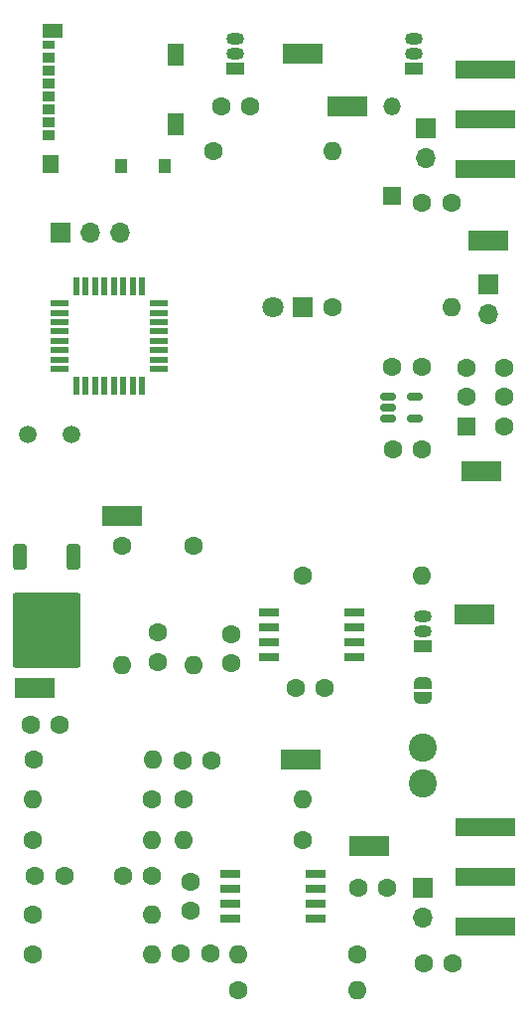
<source format=gbr>
%TF.GenerationSoftware,KiCad,Pcbnew,8.0.5*%
%TF.CreationDate,2024-10-24T17:31:16-06:00*%
%TF.ProjectId,fluxgate,666c7578-6761-4746-952e-6b696361645f,rev?*%
%TF.SameCoordinates,Original*%
%TF.FileFunction,Soldermask,Top*%
%TF.FilePolarity,Negative*%
%FSLAX46Y46*%
G04 Gerber Fmt 4.6, Leading zero omitted, Abs format (unit mm)*
G04 Created by KiCad (PCBNEW 8.0.5) date 2024-10-24 17:31:16*
%MOMM*%
%LPD*%
G01*
G04 APERTURE LIST*
G04 Aperture macros list*
%AMRoundRect*
0 Rectangle with rounded corners*
0 $1 Rounding radius*
0 $2 $3 $4 $5 $6 $7 $8 $9 X,Y pos of 4 corners*
0 Add a 4 corners polygon primitive as box body*
4,1,4,$2,$3,$4,$5,$6,$7,$8,$9,$2,$3,0*
0 Add four circle primitives for the rounded corners*
1,1,$1+$1,$2,$3*
1,1,$1+$1,$4,$5*
1,1,$1+$1,$6,$7*
1,1,$1+$1,$8,$9*
0 Add four rect primitives between the rounded corners*
20,1,$1+$1,$2,$3,$4,$5,0*
20,1,$1+$1,$4,$5,$6,$7,0*
20,1,$1+$1,$6,$7,$8,$9,0*
20,1,$1+$1,$8,$9,$2,$3,0*%
%AMFreePoly0*
4,1,19,0.000000,0.744911,0.071157,0.744911,0.207708,0.704816,0.327430,0.627875,0.420627,0.520320,0.479746,0.390866,0.500000,0.250000,0.500000,-0.250000,0.479746,-0.390866,0.420627,-0.520320,0.327430,-0.627875,0.207708,-0.704816,0.071157,-0.744911,0.000000,-0.744911,0.000000,-0.750000,-0.500000,-0.750000,-0.500000,0.750000,0.000000,0.750000,0.000000,0.744911,0.000000,0.744911,
$1*%
%AMFreePoly1*
4,1,19,0.500000,-0.750000,0.000000,-0.750000,0.000000,-0.744911,-0.071157,-0.744911,-0.207708,-0.704816,-0.327430,-0.627875,-0.420627,-0.520320,-0.479746,-0.390866,-0.500000,-0.250000,-0.500000,0.250000,-0.479746,0.390866,-0.420627,0.520320,-0.327430,0.627875,-0.207708,0.704816,-0.071157,0.744911,0.000000,0.744911,0.000000,0.750000,0.500000,0.750000,0.500000,-0.750000,0.500000,-0.750000,
$1*%
G04 Aperture macros list end*
%ADD10O,1.500000X1.050000*%
%ADD11R,1.500000X1.050000*%
%ADD12C,1.600000*%
%ADD13O,1.600000X1.600000*%
%ADD14R,3.400000X1.800000*%
%ADD15R,5.080000X1.500000*%
%ADD16RoundRect,0.150000X-0.512500X-0.150000X0.512500X-0.150000X0.512500X0.150000X-0.512500X0.150000X0*%
%ADD17R,0.550000X1.600000*%
%ADD18R,1.600000X0.550000*%
%ADD19RoundRect,0.250000X-0.350000X0.850000X-0.350000X-0.850000X0.350000X-0.850000X0.350000X0.850000X0*%
%ADD20RoundRect,0.249997X-2.650003X2.950003X-2.650003X-2.950003X2.650003X-2.950003X2.650003X2.950003X0*%
%ADD21C,1.800000*%
%ADD22R,1.800000X1.800000*%
%ADD23C,2.400000*%
%ADD24R,1.700000X0.650000*%
%ADD25O,1.700000X1.700000*%
%ADD26R,1.700000X1.700000*%
%ADD27R,1.600000X1.600000*%
%ADD28C,1.500000*%
%ADD29R,1.800000X1.170000*%
%ADD30R,1.350000X1.900000*%
%ADD31R,1.350000X1.550000*%
%ADD32R,1.000000X1.200000*%
%ADD33R,1.100000X0.750000*%
%ADD34R,1.100000X0.850000*%
%ADD35O,1.500000X1.500000*%
%ADD36R,1.500000X1.500000*%
%ADD37FreePoly0,90.000000*%
%ADD38FreePoly1,90.000000*%
G04 APERTURE END LIST*
D10*
%TO.C,Q3*%
X189992000Y-80899000D03*
X189992000Y-82169000D03*
D11*
X189992000Y-83439000D03*
%TD*%
D12*
%TO.C,C8*%
X192512000Y-110490000D03*
X190012000Y-110490000D03*
%TD*%
D13*
%TO.C,R2*%
X170434000Y-85090000D03*
D12*
X170434000Y-74930000D03*
%TD*%
D14*
%TO.C,TP1*%
X195580000Y-48895000D03*
%TD*%
%TO.C,TP7*%
X179578000Y-93091000D03*
%TD*%
D13*
%TO.C,R7*%
X192405000Y-54610000D03*
D12*
X182245000Y-54610000D03*
%TD*%
D15*
%TO.C,J1*%
X195326000Y-42858000D03*
X195326000Y-34358000D03*
X195326000Y-38608000D03*
%TD*%
D16*
%TO.C,U4*%
X189250000Y-62230000D03*
X189250000Y-64130000D03*
X186975000Y-64130000D03*
X186975000Y-63180000D03*
X186975000Y-62230000D03*
%TD*%
D17*
%TO.C,U1*%
X165995000Y-61330000D03*
X165195000Y-61330000D03*
X164395000Y-61330000D03*
X163595000Y-61330000D03*
X162795000Y-61330000D03*
X161995000Y-61330000D03*
X161195000Y-61330000D03*
X160395000Y-61330000D03*
D18*
X158945000Y-59880000D03*
X158945000Y-59080000D03*
X158945000Y-58280000D03*
X158945000Y-57480000D03*
X158945000Y-56680000D03*
X158945000Y-55880000D03*
X158945000Y-55080000D03*
X158945000Y-54280000D03*
D17*
X160395000Y-52830000D03*
X161195000Y-52830000D03*
X161995000Y-52830000D03*
X162795000Y-52830000D03*
X163595000Y-52830000D03*
X164395000Y-52830000D03*
X165195000Y-52830000D03*
X165995000Y-52830000D03*
D18*
X167445000Y-54280000D03*
X167445000Y-55080000D03*
X167445000Y-55880000D03*
X167445000Y-56680000D03*
X167445000Y-57480000D03*
X167445000Y-58280000D03*
X167445000Y-59080000D03*
X167445000Y-59880000D03*
%TD*%
D12*
%TO.C,C9*%
X181610000Y-86995000D03*
X179110000Y-86995000D03*
%TD*%
D13*
%TO.C,R10*%
X184404000Y-112776000D03*
D12*
X174244000Y-112776000D03*
%TD*%
%TO.C,C4*%
X170180000Y-106005000D03*
X170180000Y-103505000D03*
%TD*%
D13*
%TO.C,R14*%
X156718000Y-96520000D03*
D12*
X166878000Y-96520000D03*
%TD*%
%TO.C,C1*%
X173609000Y-82443000D03*
X173609000Y-84943000D03*
%TD*%
D19*
%TO.C,Q5*%
X155580000Y-75845000D03*
D20*
X157860000Y-82145000D03*
D19*
X160140000Y-75845000D03*
%TD*%
D12*
%TO.C,C5*%
X189865000Y-59690000D03*
X187365000Y-59690000D03*
%TD*%
D14*
%TO.C,TP8*%
X164338000Y-72390000D03*
%TD*%
%TO.C,TP3*%
X156845000Y-86995000D03*
%TD*%
D21*
%TO.C,D1*%
X177165000Y-54610000D03*
D22*
X179705000Y-54610000D03*
%TD*%
D23*
%TO.C,L1*%
X189992000Y-92123000D03*
X189992000Y-95123000D03*
%TD*%
D13*
%TO.C,R5*%
X166878000Y-109728000D03*
D12*
X156718000Y-109728000D03*
%TD*%
%TO.C,C15*%
X166878000Y-102997000D03*
X164378000Y-102997000D03*
%TD*%
%TO.C,C7*%
X175260000Y-37465000D03*
X172760000Y-37465000D03*
%TD*%
%TO.C,C10*%
X171831000Y-109601000D03*
X169331000Y-109601000D03*
%TD*%
D24*
%TO.C,U5*%
X184105866Y-80585122D03*
X184105866Y-81855122D03*
X184105866Y-83125122D03*
X184105866Y-84395122D03*
X176805866Y-84395122D03*
X176805866Y-83125122D03*
X176805866Y-81855122D03*
X176805866Y-80585122D03*
%TD*%
D13*
%TO.C,R1*%
X189865000Y-77470000D03*
D12*
X179705000Y-77470000D03*
%TD*%
D25*
%TO.C,J3*%
X195580000Y-55240000D03*
D26*
X195580000Y-52700000D03*
%TD*%
D12*
%TO.C,C16*%
X171958000Y-93218000D03*
X169458000Y-93218000D03*
%TD*%
%TO.C,C13*%
X184444000Y-104013000D03*
X186944000Y-104013000D03*
%TD*%
%TO.C,SW1*%
X196875000Y-59770000D03*
X196875000Y-62270000D03*
X196875000Y-64770000D03*
X193675000Y-59770000D03*
X193675000Y-62270000D03*
D27*
X193675000Y-64770000D03*
%TD*%
D12*
%TO.C,C14*%
X156865000Y-102997000D03*
X159365000Y-102997000D03*
%TD*%
D28*
%TO.C,Y1*%
X156220000Y-65405000D03*
X160020000Y-65405000D03*
%TD*%
D24*
%TO.C,U2*%
X173515000Y-106680000D03*
X173515000Y-105410000D03*
X173515000Y-104140000D03*
X173515000Y-102870000D03*
X180815000Y-102870000D03*
X180815000Y-104140000D03*
X180815000Y-105410000D03*
X180815000Y-106680000D03*
%TD*%
D12*
%TO.C,C11*%
X156504000Y-90170000D03*
X159004000Y-90170000D03*
%TD*%
D10*
%TO.C,Q4*%
X173990000Y-31750000D03*
X173990000Y-33020000D03*
D11*
X173990000Y-34290000D03*
%TD*%
D12*
%TO.C,C2*%
X167386000Y-82336000D03*
X167386000Y-84836000D03*
%TD*%
D13*
%TO.C,R16*%
X179705000Y-96520000D03*
D12*
X169545000Y-96520000D03*
%TD*%
D29*
%TO.C,J7*%
X158412500Y-31075000D03*
D30*
X168887500Y-33100000D03*
X168887500Y-39070000D03*
D31*
X158187500Y-42395000D03*
D32*
X167912500Y-42570000D03*
X164212500Y-42570000D03*
D33*
X158062500Y-32285000D03*
D34*
X158062500Y-33335000D03*
X158062500Y-34435000D03*
X158062500Y-35535000D03*
X158062500Y-36635000D03*
X158062500Y-37735000D03*
X158062500Y-38835000D03*
X158062500Y-39935000D03*
%TD*%
D14*
%TO.C,TP6*%
X185420000Y-100457000D03*
%TD*%
D25*
%TO.C,J2*%
X190246000Y-41910000D03*
D26*
X190246000Y-39370000D03*
%TD*%
D13*
%TO.C,R3*%
X164338000Y-85090000D03*
D12*
X164338000Y-74930000D03*
%TD*%
D25*
%TO.C,J5*%
X164099000Y-48260000D03*
X161559000Y-48260000D03*
D26*
X159019000Y-48260000D03*
%TD*%
D14*
%TO.C,TP4*%
X183515000Y-37465000D03*
%TD*%
D12*
%TO.C,C3*%
X192405000Y-45720000D03*
X189905000Y-45720000D03*
%TD*%
D13*
%TO.C,R8*%
X166878000Y-106299000D03*
D12*
X156718000Y-106299000D03*
%TD*%
D13*
%TO.C,R13*%
X166878000Y-99949000D03*
D12*
X156718000Y-99949000D03*
%TD*%
D13*
%TO.C,R9*%
X174244000Y-109728000D03*
D12*
X184404000Y-109728000D03*
%TD*%
D35*
%TO.C,D4*%
X187325000Y-37465000D03*
D36*
X187325000Y-45085000D03*
%TD*%
D15*
%TO.C,J9*%
X195297500Y-107374000D03*
X195297500Y-98874000D03*
X195297500Y-103124000D03*
%TD*%
D12*
%TO.C,C6*%
X189885000Y-66675000D03*
X187385000Y-66675000D03*
%TD*%
D37*
%TO.C,JP1*%
X189992000Y-86599000D03*
D38*
X189992000Y-87899000D03*
%TD*%
D14*
%TO.C,TP5*%
X194945000Y-68580000D03*
%TD*%
D13*
%TO.C,R12*%
X169545000Y-99949000D03*
D12*
X179705000Y-99949000D03*
%TD*%
D25*
%TO.C,J8*%
X189967870Y-106581807D03*
D26*
X189967870Y-104041807D03*
%TD*%
D13*
%TO.C,R15*%
X166893800Y-93133849D03*
D12*
X156733800Y-93133849D03*
%TD*%
D14*
%TO.C,TP9*%
X194349983Y-80800942D03*
%TD*%
D10*
%TO.C,Q1*%
X189230000Y-31750000D03*
X189230000Y-33020000D03*
D11*
X189230000Y-34290000D03*
%TD*%
D13*
%TO.C,R6*%
X182245000Y-41275000D03*
D12*
X172085000Y-41275000D03*
%TD*%
D14*
%TO.C,TP2*%
X179705000Y-33020000D03*
%TD*%
M02*

</source>
